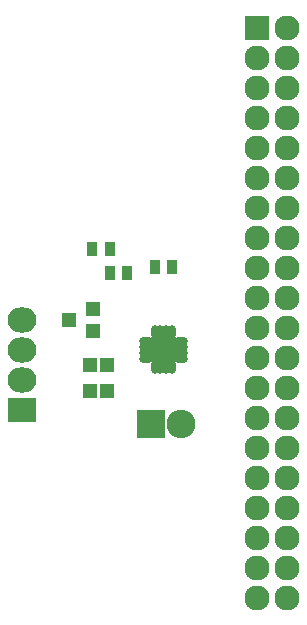
<source format=gbr>
G04 #@! TF.FileFunction,Soldermask,Top*
%FSLAX46Y46*%
G04 Gerber Fmt 4.6, Leading zero omitted, Abs format (unit mm)*
G04 Created by KiCad (PCBNEW 4.0.4-stable) date Sunday 28 May 2017 'à' 09:57:35*
%MOMM*%
%LPD*%
G01*
G04 APERTURE LIST*
%ADD10C,0.100000*%
%ADD11R,2.432000X2.127200*%
%ADD12O,2.432000X2.127200*%
%ADD13R,1.200000X1.150000*%
%ADD14R,2.432000X2.432000*%
%ADD15O,2.432000X2.432000*%
%ADD16R,1.200100X1.200100*%
%ADD17R,0.900000X1.300000*%
%ADD18O,0.700000X1.150000*%
%ADD19O,1.150000X0.700000*%
%ADD20R,1.300000X1.300000*%
%ADD21R,2.127200X2.127200*%
%ADD22O,2.127200X2.127200*%
G04 APERTURE END LIST*
D10*
D11*
X159500000Y-132580000D03*
D12*
X159500000Y-130040000D03*
X159500000Y-127500000D03*
X159500000Y-124960000D03*
D13*
X165250000Y-131000000D03*
X166750000Y-131000000D03*
X165250000Y-128750000D03*
X166750000Y-128750000D03*
D14*
X170460000Y-133750000D03*
D15*
X173000000Y-133750000D03*
D16*
X165500760Y-125950000D03*
X165500760Y-124050000D03*
X163501780Y-125000000D03*
D17*
X170750000Y-120500000D03*
X172250000Y-120500000D03*
D18*
X172250000Y-126025000D03*
X171750000Y-126025000D03*
X171250000Y-126025000D03*
X170750000Y-126025000D03*
D19*
X170025000Y-126750000D03*
X170025000Y-127250000D03*
X170025000Y-127750000D03*
X170025000Y-128250000D03*
D18*
X170750000Y-128975000D03*
X171250000Y-128975000D03*
X171750000Y-128975000D03*
X172250000Y-128975000D03*
D19*
X172975000Y-128250000D03*
X172975000Y-127750000D03*
X172975000Y-127250000D03*
X172975000Y-126750000D03*
D20*
X171050000Y-127950000D03*
X171950000Y-127950000D03*
X171050000Y-127050000D03*
X171950000Y-127050000D03*
D21*
X179460000Y-100220000D03*
D22*
X182000000Y-100220000D03*
X179460000Y-102760000D03*
X182000000Y-102760000D03*
X179460000Y-105300000D03*
X182000000Y-105300000D03*
X179460000Y-107840000D03*
X182000000Y-107840000D03*
X179460000Y-110380000D03*
X182000000Y-110380000D03*
X179460000Y-112920000D03*
X182000000Y-112920000D03*
X179460000Y-115460000D03*
X182000000Y-115460000D03*
X179460000Y-118000000D03*
X182000000Y-118000000D03*
X179460000Y-120540000D03*
X182000000Y-120540000D03*
X179460000Y-123080000D03*
X182000000Y-123080000D03*
X179460000Y-125620000D03*
X182000000Y-125620000D03*
X179460000Y-128160000D03*
X182000000Y-128160000D03*
X179460000Y-130700000D03*
X182000000Y-130700000D03*
X179460000Y-133240000D03*
X182000000Y-133240000D03*
X179460000Y-135780000D03*
X182000000Y-135780000D03*
X179460000Y-138320000D03*
X182000000Y-138320000D03*
X179460000Y-140860000D03*
X182000000Y-140860000D03*
X179460000Y-143400000D03*
X182000000Y-143400000D03*
X179460000Y-145940000D03*
X182000000Y-145940000D03*
X179460000Y-148480000D03*
X182000000Y-148480000D03*
D17*
X166950000Y-121000000D03*
X168450000Y-121000000D03*
X166950000Y-119000000D03*
X165450000Y-119000000D03*
M02*

</source>
